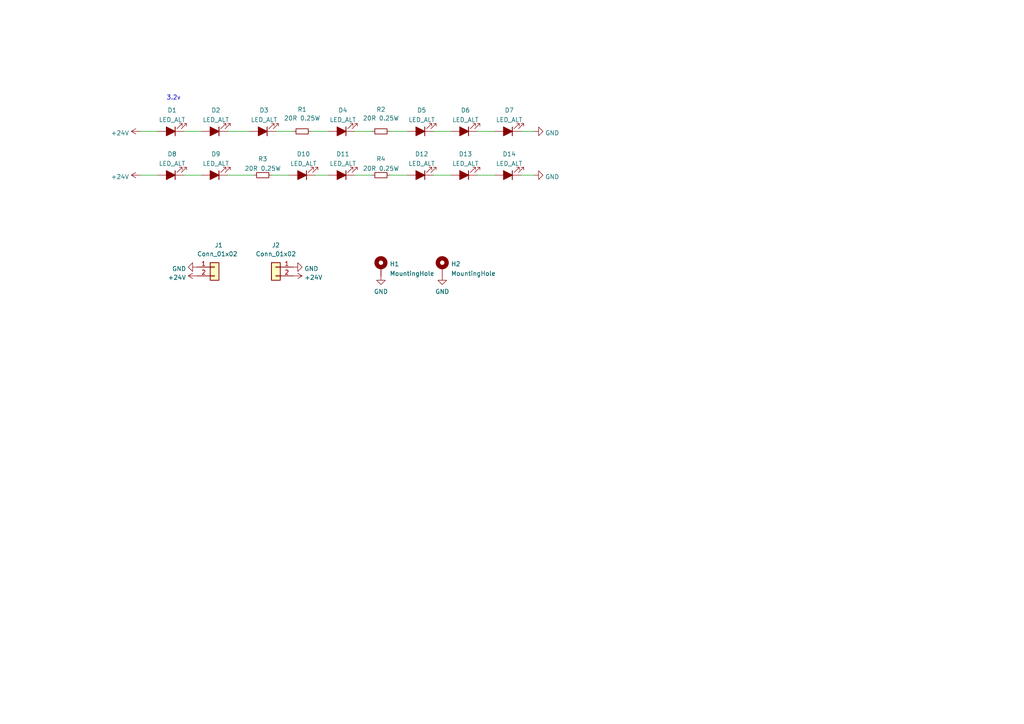
<source format=kicad_sch>
(kicad_sch (version 20211123) (generator eeschema)
  (paper "A4")
  (lib_symbols
    (symbol "Connector_Generic:Conn_01x02" (pin_names (offset 1.016) hide)
      (property "Reference" "J" (at 0 2.54 0))
      (property "Value" "Conn_01x02" (at 0 -5.08 0))
      (symbol "Conn_01x02_1_1"
        (rectangle (start -1.27 -2.413) (end 0 -2.667) (stroke (width 0.1524)))
        (rectangle (start -1.27 0.127) (end 0 -0.127) (stroke (width 0.1524)))
        (rectangle (start -1.27 1.27) (end 1.27 -3.81) (stroke (width 0.254)) (fill (type background)))
        (pin passive line (at -5.08 0 0) (length 3.81) (name "Pin_1") (number "1"))
        (pin passive line (at -5.08 -2.54 0) (length 3.81) (name "Pin_2") (number "2"))
      )
    )
    (symbol "Device:LED_ALT" (pin_numbers hide) (pin_names (offset 1.016) hide)
      (property "Reference" "D" (at 0 2.54 0))
      (property "Value" "LED_ALT" (at 0 -2.54 0))
      (symbol "LED_ALT_0_1"
        (polyline (pts (xy -1.27 -1.27) (xy -1.27 1.27)) (stroke (width 0.254)))
        (polyline (pts (xy -1.27 0) (xy 1.27 0)))
        (polyline (pts (xy 1.27 -1.27) (xy 1.27 1.27) (xy -1.27 0) (xy 1.27 -1.27)) (stroke (width 0.254)) (fill (type outline)))
        (polyline (pts (xy -3.048 -0.762) (xy -4.572 -2.286) (xy -3.81 -2.286) (xy -4.572 -2.286) (xy -4.572 -1.524)))
        (polyline (pts (xy -1.778 -0.762) (xy -3.302 -2.286) (xy -2.54 -2.286) (xy -3.302 -2.286) (xy -3.302 -1.524)))
      )
      (symbol "LED_ALT_1_1"
        (pin passive line (at -3.81 0 0) (length 2.54) (name "K") (number "1"))
        (pin passive line (at 3.81 0 180) (length 2.54) (name "A") (number "2"))
      )
    )
    (symbol "Device:R_Small" (pin_numbers hide) (pin_names (offset 0.254) hide)
      (property "Reference" "R" (at 0.762 0.508 0))
      (property "Value" "R_Small" (at 0.762 -1.016 0))
      (symbol "R_Small_0_1"
        (rectangle (start -0.762 1.778) (end 0.762 -1.778) (stroke (width 0.2032)))
      )
      (symbol "R_Small_1_1"
        (pin passive line (at 0 2.54 270) (length 0.762) (name "~") (number "1"))
        (pin passive line (at 0 -2.54 90) (length 0.762) (name "~") (number "2"))
      )
    )
    (symbol "Mechanical:MountingHole_Pad" (pin_numbers hide) (pin_names (offset 1.016) hide)
      (property "Reference" "H" (at 0 6.35 0))
      (property "Value" "MountingHole_Pad" (at 0 4.445 0))
      (symbol "MountingHole_Pad_0_1"
        (circle (center 0 1.27) (radius 1.27) (stroke (width 1.27)))
      )
      (symbol "MountingHole_Pad_1_1"
        (pin input line (at 0 -2.54 90) (length 2.54) (name "1") (number "1"))
      )
    )
    (symbol "power:+24V" (power) (pin_names (offset 0))
      (property "Value" "+24V" (at 0 3.556 0))
      (symbol "+24V_0_1"
        (polyline (pts (xy -0.762 1.27) (xy 0 2.54)))
        (polyline (pts (xy 0 0) (xy 0 2.54)))
        (polyline (pts (xy 0 2.54) (xy 0.762 1.27)))
      )
      (symbol "+24V_1_1"
        (pin power_in line (at 0 0 90) (length 0) hide (name "+24V") (number "1"))
      )
    )
    (symbol "power:GND" (power) (pin_names (offset 0))
      (property "Value" "GND" (at 0 -3.81 0))
      (symbol "GND_0_1"
        (polyline (pts (xy 0 0) (xy 0 -1.27) (xy 1.27 -1.27) (xy 0 -2.54) (xy -1.27 -1.27) (xy 0 -1.27)))
      )
      (symbol "GND_1_1"
        (pin power_in line (at 0 0 270) (length 0) hide (name "GND") (number "1"))
      )
    )
  )
  (wire (pts (xy 125.73 50.8) (xy 130.81 50.8)))
  (wire (pts (xy 113.03 50.8) (xy 118.11 50.8)))
  (wire (pts (xy 138.43 38.1) (xy 143.51 38.1)))
  (wire (pts (xy 151.13 50.8) (xy 154.94 50.8)))
  (wire (pts (xy 66.04 38.1) (xy 72.39 38.1)))
  (wire (pts (xy 125.73 38.1) (xy 130.81 38.1)))
  (wire (pts (xy 53.34 38.1) (xy 58.42 38.1)))
  (wire (pts (xy 91.44 50.8) (xy 95.25 50.8)))
  (wire (pts (xy 78.74 50.8) (xy 83.82 50.8)))
  (wire (pts (xy 138.43 50.8) (xy 143.51 50.8)))
  (wire (pts (xy 151.13 38.1) (xy 154.94 38.1)))
  (wire (pts (xy 40.64 38.1) (xy 45.72 38.1)))
  (wire (pts (xy 102.87 38.1) (xy 107.95 38.1)))
  (wire (pts (xy 90.17 38.1) (xy 95.25 38.1)))
  (wire (pts (xy 102.87 50.8) (xy 107.95 50.8)))
  (wire (pts (xy 53.34 50.8) (xy 58.42 50.8)))
  (wire (pts (xy 66.04 50.8) (xy 73.66 50.8)))
  (wire (pts (xy 40.64 50.8) (xy 45.72 50.8)))
  (wire (pts (xy 113.03 38.1) (xy 118.11 38.1)))
  (wire (pts (xy 80.01 38.1) (xy 85.09 38.1)))
  (text "3.2v\n" (at 48.26 29.21 0) (effects (font (size 1.27 1.27)) (justify left bottom)))
  (symbol (lib_id "Connector_Generic:Conn_01x02") (at 80.01 77.47 0) (mirror y) (unit 1)
    (property "Reference" "J2" (at 80.01 71.12 0))
    (property "Value" "Conn_01x02" (at 80.01 73.66 0))
    (property "Footprint" "Connector_JST:JST_XH_S2B-XH-A_1x02_P2.50mm_Horizontal" (effects hide))
    (property "LCSC" "C2908611" (effects hide))
  )
  (symbol (lib_id "Device:LED_ALT") (at 62.23 50.8 180) (unit 1)
    (property "Reference" "D9" (at 62.6109 44.6745 0))
    (property "Value" "LED_ALT" (at 62.6109 47.4496 0))
    (property "Footprint" "LED_SMD:LED_PLCC_2835" (effects hide))
    (property "LCSC" "C2843876" (effects hide))
  )
  (symbol (lib_id "power:GND") (at 154.94 50.8 90) (unit 1)
    (property "Reference" "#PWR04" (effects hide))
    (property "Value" "GND" (at 158.115 51.279 90) (effects (justify right)))
  )
  (symbol (lib_id "power:GND") (at 85.09 77.47 90) (unit 1)
    (property "Reference" "#PWR06" (effects hide))
    (property "Value" "GND" (at 88.265 77.949 90) (effects (justify right)))
  )
  (symbol (lib_id "Device:LED_ALT") (at 147.32 50.8 180) (unit 1)
    (property "Reference" "D14" (at 147.7009 44.6745 0))
    (property "Value" "LED_ALT" (at 147.7009 47.4496 0))
    (property "Footprint" "LED_SMD:LED_PLCC_2835" (effects hide))
    (property "LCSC" "C2843876" (effects hide))
  )
  (symbol (lib_id "Device:LED_ALT") (at 76.2 38.1 180) (unit 1)
    (property "Reference" "D3" (at 76.5809 31.9745 0))
    (property "Value" "LED_ALT" (at 76.5809 34.7496 0))
    (property "Footprint" "LED_SMD:LED_PLCC_2835" (effects hide))
    (property "LCSC" "C2843876" (effects hide))
  )
  (symbol (lib_id "power:GND") (at 110.49 80.01 0) (unit 1)
    (property "Reference" "#PWR09" (effects hide))
    (property "Value" "GND" (at 110.49 84.5724 0))
  )
  (symbol (lib_id "Device:LED_ALT") (at 87.63 50.8 180) (unit 1)
    (property "Reference" "D10" (at 88.0109 44.6745 0))
    (property "Value" "LED_ALT" (at 88.0109 47.4496 0))
    (property "Footprint" "LED_SMD:LED_PLCC_2835" (effects hide))
    (property "LCSC" "C2843876" (effects hide))
  )
  (symbol (lib_id "Device:LED_ALT") (at 62.23 38.1 180) (unit 1)
    (property "Reference" "D2" (at 62.6109 31.9745 0))
    (property "Value" "LED_ALT" (at 62.6109 34.7496 0))
    (property "Footprint" "LED_SMD:LED_PLCC_2835" (effects hide))
    (property "LCSC" "C2843876" (effects hide))
  )
  (symbol (lib_id "Device:R_Small") (at 76.2 50.8 270) (unit 1)
    (property "Reference" "R3" (at 76.2 46.0969 90))
    (property "Value" "20R 0.25W" (at 76.2 48.872 90))
    (property "Footprint" "Resistor_SMD:R_1206_3216Metric" (effects hide))
    (property "LCSC" "C17955" (effects hide))
  )
  (symbol (lib_id "Device:LED_ALT") (at 121.92 50.8 180) (unit 1)
    (property "Reference" "D12" (at 122.3009 44.6745 0))
    (property "Value" "LED_ALT" (at 122.3009 47.4496 0))
    (property "Footprint" "LED_SMD:LED_PLCC_2835" (effects hide))
    (property "LCSC" "C2843876" (effects hide))
  )
  (symbol (lib_id "power:+24V") (at 40.64 50.8 90) (unit 1)
    (property "Reference" "#PWR03" (effects hide))
    (property "Value" "+24V" (at 37.465 51.279 90) (effects (justify left)))
  )
  (symbol (lib_id "Mechanical:MountingHole_Pad") (at 128.27 77.47 0) (unit 1) (in_bom no)
    (property "Reference" "H2" (at 130.81 76.5615 0) (effects (justify left)))
    (property "Value" "MountingHole" (at 130.81 79.3366 0) (effects (justify left)))
    (property "Footprint" "MountingHole:MountingHole_3.2mm_M3_Pad_Via" (effects hide))
  )
  (symbol (lib_id "power:GND") (at 128.27 80.01 0) (unit 1)
    (property "Reference" "#PWR010" (effects hide))
    (property "Value" "GND" (at 128.27 84.5724 0))
  )
  (symbol (lib_id "Device:LED_ALT") (at 49.53 38.1 180) (unit 1)
    (property "Reference" "D1" (at 49.9109 31.9745 0))
    (property "Value" "LED_ALT" (at 49.9109 34.7496 0))
    (property "Footprint" "LED_SMD:LED_PLCC_2835" (effects hide))
    (property "LCSC" "C2843876" (effects hide))
  )
  (symbol (lib_id "Device:LED_ALT") (at 134.62 38.1 180) (unit 1)
    (property "Reference" "D6" (at 135.0009 31.9745 0))
    (property "Value" "LED_ALT" (at 135.0009 34.7496 0))
    (property "Footprint" "LED_SMD:LED_PLCC_2835" (effects hide))
    (property "LCSC" "C2843876" (effects hide))
  )
  (symbol (lib_id "power:+24V") (at 57.15 80.01 90) (unit 1)
    (property "Reference" "#PWR07" (effects hide))
    (property "Value" "+24V" (at 53.975 80.489 90) (effects (justify left)))
  )
  (symbol (lib_id "power:GND") (at 57.15 77.47 270) (unit 1)
    (property "Reference" "#PWR05" (effects hide))
    (property "Value" "GND" (at 53.975 77.949 90) (effects (justify right)))
  )
  (symbol (lib_id "power:+24V") (at 85.09 80.01 270) (unit 1)
    (property "Reference" "#PWR08" (effects hide))
    (property "Value" "+24V" (at 88.2649 80.489 90) (effects (justify left)))
  )
  (symbol (lib_id "Device:LED_ALT") (at 134.62 50.8 180) (unit 1)
    (property "Reference" "D13" (at 135.0009 44.6745 0))
    (property "Value" "LED_ALT" (at 135.0009 47.4496 0))
    (property "Footprint" "LED_SMD:LED_PLCC_2835" (effects hide))
    (property "LCSC" "C2843876" (effects hide))
  )
  (symbol (lib_id "Device:LED_ALT") (at 99.06 38.1 180) (unit 1)
    (property "Reference" "D4" (at 99.4409 31.9745 0))
    (property "Value" "LED_ALT" (at 99.4409 34.7496 0))
    (property "Footprint" "LED_SMD:LED_PLCC_2835" (effects hide))
    (property "LCSC" "C2843876" (effects hide))
  )
  (symbol (lib_id "Device:LED_ALT") (at 121.92 38.1 180) (unit 1)
    (property "Reference" "D5" (at 122.3009 31.9745 0))
    (property "Value" "LED_ALT" (at 122.3009 34.7496 0))
    (property "Footprint" "LED_SMD:LED_PLCC_2835" (effects hide))
    (property "LCSC" "C2843876" (effects hide))
  )
  (symbol (lib_id "power:GND") (at 154.94 38.1 90) (unit 1)
    (property "Reference" "#PWR02" (effects hide))
    (property "Value" "GND" (at 158.115 38.579 90) (effects (justify right)))
  )
  (symbol (lib_id "Device:R_Small") (at 87.63 38.1 270) (unit 1)
    (property "Reference" "R1" (at 87.63 31.75 90))
    (property "Value" "20R 0.25W" (at 87.63 34.29 90))
    (property "Footprint" "Resistor_SMD:R_1206_3216Metric" (effects hide))
    (property "LCSC" "C17955" (effects hide))
  )
  (symbol (lib_id "Device:R_Small") (at 110.49 38.1 270) (unit 1)
    (property "Reference" "R2" (at 110.49 31.75 90))
    (property "Value" "20R 0.25W" (at 110.49 34.29 90))
    (property "Footprint" "Resistor_SMD:R_1206_3216Metric" (effects hide))
    (property "LCSC" "C17955" (effects hide))
  )
  (symbol (lib_id "power:+24V") (at 40.64 38.1 90) (unit 1)
    (property "Reference" "#PWR01" (effects hide))
    (property "Value" "+24V" (at 37.465 38.579 90) (effects (justify left)))
  )
  (symbol (lib_id "Connector_Generic:Conn_01x02") (at 62.23 77.47 0) (unit 1)
    (property "Reference" "J1" (at 62.23 71.12 0) (effects (justify left)))
    (property "Value" "Conn_01x02" (at 57.15 73.66 0) (effects (justify left)))
    (property "Footprint" "Connector_JST:JST_XH_S2B-XH-A_1x02_P2.50mm_Horizontal" (effects hide))
    (property "LCSC" "C2908611" (effects hide))
  )
  (symbol (lib_id "Mechanical:MountingHole_Pad") (at 110.49 77.47 0) (unit 1) (in_bom no)
    (property "Reference" "H1" (at 113.03 76.5615 0) (effects (justify left)))
    (property "Value" "MountingHole" (at 113.03 79.3366 0) (effects (justify left)))
    (property "Footprint" "MountingHole:MountingHole_3.2mm_M3_Pad_Via" (effects hide))
  )
  (symbol (lib_id "Device:R_Small") (at 110.49 50.8 270) (unit 1)
    (property "Reference" "R4" (at 110.49 46.0969 90))
    (property "Value" "20R 0.25W" (at 110.49 48.872 90))
    (property "Footprint" "Resistor_SMD:R_1206_3216Metric" (effects hide))
    (property "LCSC" "C17955" (effects hide))
  )
  (symbol (lib_id "Device:LED_ALT") (at 49.53 50.8 180) (unit 1)
    (property "Reference" "D8" (at 49.9109 44.6745 0))
    (property "Value" "LED_ALT" (at 49.9109 47.4496 0))
    (property "Footprint" "LED_SMD:LED_PLCC_2835" (effects hide))
    (property "LCSC" "C2843876" (effects hide))
  )
  (symbol (lib_id "Device:LED_ALT") (at 147.32 38.1 180) (unit 1)
    (property "Reference" "D7" (at 147.7009 31.9745 0))
    (property "Value" "LED_ALT" (at 147.7009 34.7496 0))
    (property "Footprint" "LED_SMD:LED_PLCC_2835" (effects hide))
    (property "LCSC" "C2843876" (effects hide))
  )
  (symbol (lib_id "Device:LED_ALT") (at 99.06 50.8 180) (unit 1)
    (property "Reference" "D11" (at 99.4409 44.6745 0))
    (property "Value" "LED_ALT" (at 99.4409 47.4496 0))
    (property "Footprint" "LED_SMD:LED_PLCC_2835" (effects hide))
    (property "LCSC" "C2843876" (effects hide))
  )
)
</source>
